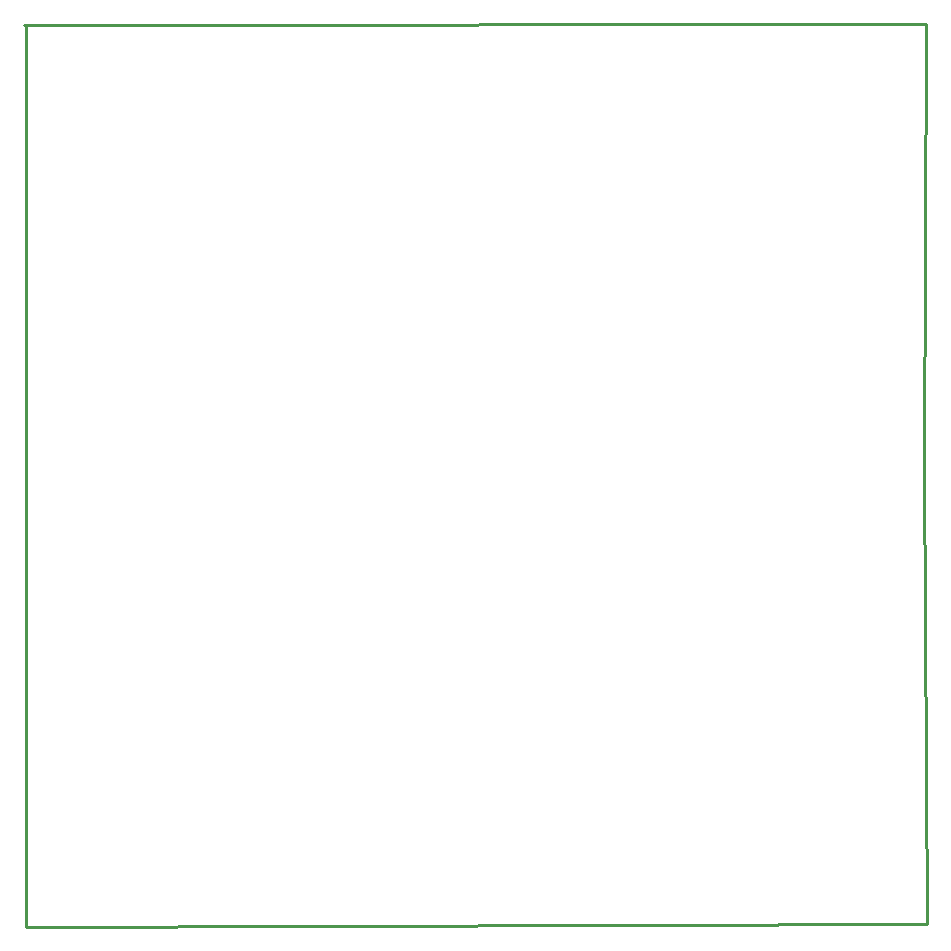
<source format=gko>
G04 Layer: BoardOutline*
G04 EasyEDA v6.3.22, 2020-03-31T10:39:25+02:00*
G04 031d35559eb5429b949d46eb78df2012,abd45e37305a4832af207281f16f9658,10*
G04 Gerber Generator version 0.2*
G04 Scale: 100 percent, Rotated: No, Reflected: No *
G04 Dimensions in millimeters *
G04 leading zeros omitted , absolute positions ,3 integer and 3 decimal *
%FSLAX33Y33*%
%MOMM*%
G90*
G71D02*

%ADD10C,0.254000*%
G54D10*
G01X0Y76327D02*
G01X76327Y76454D01*
G01X76200Y38862D01*
G01X76454Y254D01*
G01X127Y0D01*
G01X127Y76327D01*

%LPD*%
M00*
M02*

</source>
